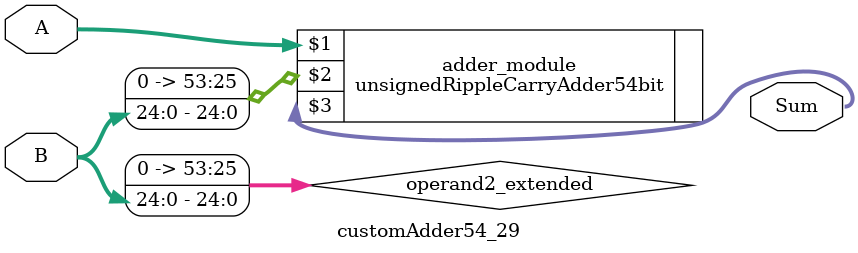
<source format=v>
module customAdder54_29(
                        input [53 : 0] A,
                        input [24 : 0] B,
                        
                        output [54 : 0] Sum
                );

        wire [53 : 0] operand2_extended;
        
        assign operand2_extended =  {29'b0, B};
        
        unsignedRippleCarryAdder54bit adder_module(
            A,
            operand2_extended,
            Sum
        );
        
        endmodule
        
</source>
